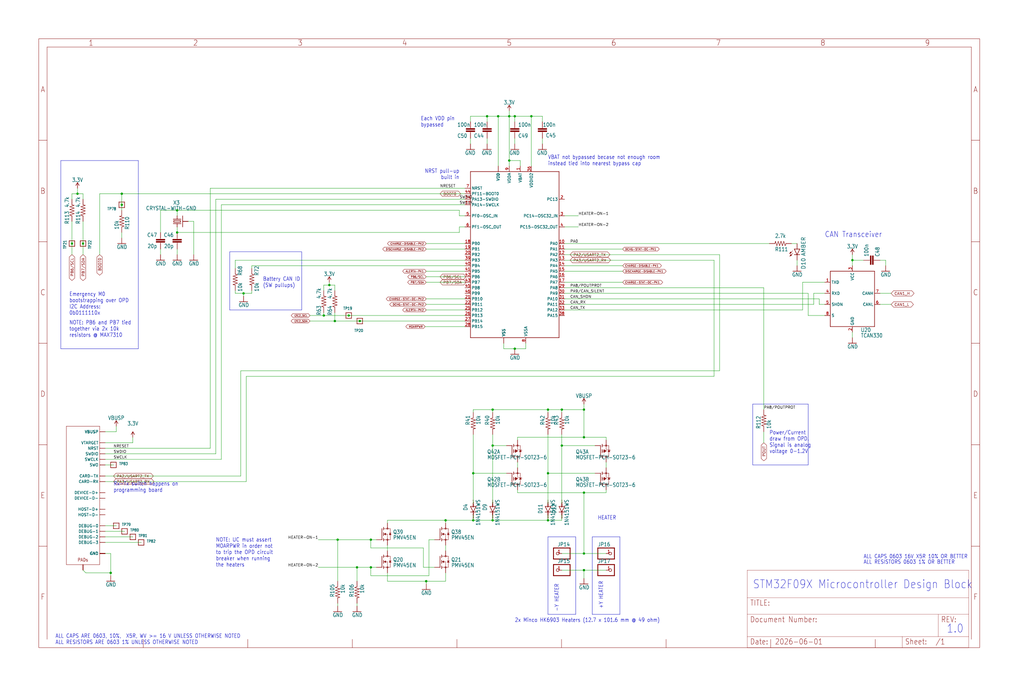
<source format=kicad_sch>
(kicad_sch (version 20230121) (generator eeschema)
  (paper "User" 469.9 317.627)
  (junction (at 81.28 96.52))
  (junction (at 251.46 187.96))
  (junction (at 170.18 260.35))
  (junction (at 217.17 217.17))
  (junction (at 204.47 238.76))
  (junction (at 50.8 262.89))
  (junction (at 267.97 261.62))
  (junction (at 243.84 53.34))
  (junction (at 267.97 226.06))
  (junction (at 233.68 73.66))
  (junction (at 228.6 53.34))
  (junction (at 81.28 106.68))
  (junction (at 35.56 88.9))
  (junction (at 154.94 247.65))
  (junction (at 257.81 187.96))
  (junction (at 267.97 187.96))
  (junction (at 195.58 266.7))
  (junction (at 148.59 144.78))
  (junction (at 226.06 204.47))
  (junction (at 55.88 93.98))
  (junction (at 223.52 53.34))
  (junction (at 251.46 238.76))
  (junction (at 236.22 53.34))
  (junction (at 160.02 144.78))
  (junction (at 38.1 111.76))
  (junction (at 391.16 119.38))
  (junction (at 33.02 111.76))
  (junction (at 236.22 160.02))
  (junction (at 217.17 238.76))
  (junction (at 170.18 247.65))
  (junction (at 163.83 260.35))
  (junction (at 55.88 88.9))
  (junction (at 165.1 147.32))
  (junction (at 257.81 204.47))
  (junction (at 226.06 187.96))
  (junction (at 153.67 147.32))
  (junction (at 251.46 217.17))
  (junction (at 151.13 130.81))
  (junction (at 267.97 200.66))
  (junction (at 226.06 238.76))
  (junction (at 111.76 134.62))
  (junction (at 267.97 254))
  (junction (at 233.68 53.34))
  (wire (pts (xy 223.52 53.34) (xy 228.6 53.34)) (stroke (width 0.1524)))
  (wire (pts (xy 226.06 204.47) (xy 226.06 231.14)) (stroke (width 0.1524)))
  (wire (pts (xy 33.02 91.44) (xy 33.02 88.9)) (stroke (width 0.1524)))
  (wire (pts (xy 64.77 248.92) (xy 48.26 248.92)) (stroke (width 0.1524)))
  (wire (pts (xy 391.16 154.94) (xy 391.16 152.4)) (stroke (width 0.1524)))
  (wire (pts (xy 365.76 119.38) (xy 365.76 121.92)) (stroke (width 0.1524)))
  (wire (pts (xy 48.26 205.74) (xy 96.52 205.74)) (stroke (width 0.1524)))
  (wire (pts (xy 257.81 261.62) (xy 267.97 261.62)) (stroke (width 0.1524)))
  (wire (pts (xy 213.36 104.14) (xy 210.82 104.14)) (stroke (width 0.1524)))
  (wire (pts (xy 251.46 199.39) (xy 251.46 217.17)) (stroke (width 0.1524)))
  (wire (pts (xy 257.81 204.47) (xy 257.81 231.14)) (stroke (width 0.1524)))
  (wire (pts (xy 259.08 134.62) (xy 370.84 134.62)) (stroke (width 0.1524)))
  (polyline (pts (xy 370.84 185.42) (xy 345.44 185.42)) (stroke (width 0.1524) (type solid)))
  (wire (pts (xy 350.52 198.12) (xy 350.52 203.2)) (stroke (width 0.1524)))
  (wire (pts (xy 195.58 266.7) (xy 177.8 266.7)) (stroke (width 0.1524)))
  (wire (pts (xy 148.59 143.51) (xy 148.59 144.78)) (stroke (width 0.1524)))
  (wire (pts (xy 170.18 260.35) (xy 172.72 260.35)) (stroke (width 0.1524)))
  (polyline (pts (xy 105.41 115.57) (xy 138.43 115.57)) (stroke (width 0.1524) (type solid)))
  (wire (pts (xy 195.58 267.97) (xy 195.58 266.7)) (stroke (width 0.1524)))
  (wire (pts (xy 55.88 93.98) (xy 55.88 88.9)) (stroke (width 0.1524)))
  (wire (pts (xy 110.49 218.44) (xy 48.26 218.44)) (stroke (width 0.1524)))
  (wire (pts (xy 81.28 116.84) (xy 81.28 114.3)) (stroke (width 0.1524)))
  (polyline (pts (xy 284.48 246.38) (xy 271.78 246.38)) (stroke (width 0.1524) (type solid)))
  (wire (pts (xy 88.9 101.6) (xy 86.36 101.6)) (stroke (width 0.1524)))
  (wire (pts (xy 170.18 264.16) (xy 196.85 264.16)) (stroke (width 0.1524)))
  (wire (pts (xy 267.97 226.06) (xy 267.97 254)) (stroke (width 0.1524)))
  (wire (pts (xy 241.3 160.02) (xy 241.3 157.48)) (stroke (width 0.1524)))
  (wire (pts (xy 215.9 55.88) (xy 215.9 53.34)) (stroke (width 0.1524)))
  (wire (pts (xy 73.66 106.68) (xy 73.66 96.52)) (stroke (width 0.1524)))
  (wire (pts (xy 248.92 66.04) (xy 248.92 63.5)) (stroke (width 0.1524)))
  (wire (pts (xy 237.49 212.09) (xy 237.49 214.63)) (stroke (width 0.1524)))
  (wire (pts (xy 210.82 99.06) (xy 210.82 96.52)) (stroke (width 0.1524)))
  (wire (pts (xy 163.83 260.35) (xy 146.05 260.35)) (stroke (width 0.1524)))
  (wire (pts (xy 217.17 217.17) (xy 217.17 199.39)) (stroke (width 0.1524)))
  (wire (pts (xy 213.36 147.32) (xy 165.1 147.32)) (stroke (width 0.1524)))
  (wire (pts (xy 327.66 119.38) (xy 327.66 172.72)) (stroke (width 0.1524)))
  (wire (pts (xy 217.17 238.76) (xy 226.06 238.76)) (stroke (width 0.1524)))
  (polyline (pts (xy 370.84 213.36) (xy 370.84 185.42)) (stroke (width 0.1524) (type solid)))
  (wire (pts (xy 165.1 147.32) (xy 153.67 147.32)) (stroke (width 0.1524)))
  (wire (pts (xy 177.8 240.03) (xy 177.8 238.76)) (stroke (width 0.1524)))
  (wire (pts (xy 177.8 250.19) (xy 177.8 252.73)) (stroke (width 0.1524)))
  (wire (pts (xy 172.72 247.65) (xy 170.18 247.65)) (stroke (width 0.1524)))
  (wire (pts (xy 101.6 93.98) (xy 213.36 93.98)) (stroke (width 0.1524)))
  (wire (pts (xy 391.16 121.92) (xy 391.16 119.38)) (stroke (width 0.1524)))
  (polyline (pts (xy 271.78 246.38) (xy 271.78 281.94)) (stroke (width 0.1524) (type solid)))
  (wire (pts (xy 99.06 91.44) (xy 213.36 91.44)) (stroke (width 0.1524)))
  (wire (pts (xy 170.18 251.46) (xy 194.31 251.46)) (stroke (width 0.1524)))
  (wire (pts (xy 48.26 246.38) (xy 60.96 246.38)) (stroke (width 0.1524)))
  (wire (pts (xy 251.46 217.17) (xy 273.05 217.17)) (stroke (width 0.1524)))
  (polyline (pts (xy 63.5 73.66) (xy 27.94 73.66)) (stroke (width 0.1524) (type solid)))
  (polyline (pts (xy 27.94 160.02) (xy 63.5 160.02)) (stroke (width 0.1524) (type solid)))
  (polyline (pts (xy 105.41 142.24) (xy 105.41 115.57)) (stroke (width 0.1524) (type solid)))
  (wire (pts (xy 48.26 241.3) (xy 53.34 241.3)) (stroke (width 0.1524)))
  (wire (pts (xy 237.49 200.66) (xy 267.97 200.66)) (stroke (width 0.1524)))
  (wire (pts (xy 217.17 236.22) (xy 217.17 238.76)) (stroke (width 0.1524)))
  (wire (pts (xy 259.08 129.54) (xy 285.75 129.54)) (stroke (width 0.1524)))
  (wire (pts (xy 148.59 133.35) (xy 148.59 130.81)) (stroke (width 0.1524)))
  (wire (pts (xy 226.06 236.22) (xy 226.06 238.76)) (stroke (width 0.1524)))
  (wire (pts (xy 113.03 220.98) (xy 48.26 220.98)) (stroke (width 0.1524)))
  (wire (pts (xy 233.68 73.66) (xy 233.68 53.34)) (stroke (width 0.1524)))
  (wire (pts (xy 115.57 123.19) (xy 115.57 121.92)) (stroke (width 0.1524)))
  (polyline (pts (xy 251.46 246.38) (xy 251.46 281.94)) (stroke (width 0.1524) (type solid)))
  (wire (pts (xy 213.36 88.9) (xy 55.88 88.9)) (stroke (width 0.1524)))
  (wire (pts (xy 373.38 139.7) (xy 259.08 139.7)) (stroke (width 0.1524)))
  (polyline (pts (xy 251.46 281.94) (xy 264.16 281.94)) (stroke (width 0.1524) (type solid)))
  (wire (pts (xy 391.16 119.38) (xy 396.24 119.38)) (stroke (width 0.1524)))
  (wire (pts (xy 148.59 144.78) (xy 142.24 144.78)) (stroke (width 0.1524)))
  (wire (pts (xy 48.26 203.2) (xy 60.96 203.2)) (stroke (width 0.1524)))
  (wire (pts (xy 213.36 139.7) (xy 195.58 139.7)) (stroke (width 0.1524)))
  (wire (pts (xy 243.84 53.34) (xy 248.92 53.34)) (stroke (width 0.1524)))
  (wire (pts (xy 370.84 144.78) (xy 378.46 144.78)) (stroke (width 0.1524)))
  (wire (pts (xy 248.92 53.34) (xy 248.92 55.88)) (stroke (width 0.1524)))
  (polyline (pts (xy 138.43 115.57) (xy 138.43 142.24)) (stroke (width 0.1524) (type solid)))
  (wire (pts (xy 233.68 53.34) (xy 233.68 50.8)) (stroke (width 0.1524)))
  (polyline (pts (xy 264.16 246.38) (xy 251.46 246.38)) (stroke (width 0.1524) (type solid)))
  (wire (pts (xy 38.1 261.62) (xy 39.37 262.89)) (stroke (width 0.1524)))
  (wire (pts (xy 226.06 187.96) (xy 251.46 187.96)) (stroke (width 0.1524)))
  (wire (pts (xy 199.39 247.65) (xy 196.85 247.65)) (stroke (width 0.1524)))
  (wire (pts (xy 391.16 119.38) (xy 391.16 116.84)) (stroke (width 0.1524)))
  (wire (pts (xy 251.46 236.22) (xy 251.46 238.76)) (stroke (width 0.1524)))
  (wire (pts (xy 213.36 129.54) (xy 195.58 129.54)) (stroke (width 0.1524)))
  (wire (pts (xy 378.46 139.7) (xy 375.92 139.7)) (stroke (width 0.1524)))
  (wire (pts (xy 257.81 204.47) (xy 257.81 199.39)) (stroke (width 0.1524)))
  (wire (pts (xy 213.36 114.3) (xy 195.58 114.3)) (stroke (width 0.1524)))
  (wire (pts (xy 403.86 139.7) (xy 408.94 139.7)) (stroke (width 0.1524)))
  (wire (pts (xy 153.67 147.32) (xy 142.24 147.32)) (stroke (width 0.1524)))
  (wire (pts (xy 278.13 214.63) (xy 278.13 212.09)) (stroke (width 0.1524)))
  (wire (pts (xy 233.68 76.2) (xy 233.68 73.66)) (stroke (width 0.1524)))
  (wire (pts (xy 38.1 88.9) (xy 38.1 91.44)) (stroke (width 0.1524)))
  (polyline (pts (xy 271.78 281.94) (xy 284.48 281.94)) (stroke (width 0.1524) (type solid)))
  (wire (pts (xy 154.94 278.13) (xy 154.94 276.86)) (stroke (width 0.1524)))
  (wire (pts (xy 45.72 88.9) (xy 45.72 116.84)) (stroke (width 0.1524)))
  (wire (pts (xy 257.81 238.76) (xy 257.81 236.22)) (stroke (width 0.1524)))
  (polyline (pts (xy 345.44 185.42) (xy 345.44 213.36)) (stroke (width 0.1524) (type solid)))
  (wire (pts (xy 378.46 129.54) (xy 368.3 129.54)) (stroke (width 0.1524)))
  (wire (pts (xy 48.26 198.12) (xy 53.34 198.12)) (stroke (width 0.1524)))
  (wire (pts (xy 267.97 265.43) (xy 267.97 261.62)) (stroke (width 0.1524)))
  (wire (pts (xy 215.9 53.34) (xy 223.52 53.34)) (stroke (width 0.1524)))
  (wire (pts (xy 115.57 134.62) (xy 115.57 133.35)) (stroke (width 0.1524)))
  (wire (pts (xy 88.9 116.84) (xy 88.9 101.6)) (stroke (width 0.1524)))
  (wire (pts (xy 99.06 208.28) (xy 99.06 91.44)) (stroke (width 0.1524)))
  (wire (pts (xy 259.08 124.46) (xy 285.75 124.46)) (stroke (width 0.1524)))
  (wire (pts (xy 226.06 238.76) (xy 251.46 238.76)) (stroke (width 0.1524)))
  (wire (pts (xy 213.36 111.76) (xy 195.58 111.76)) (stroke (width 0.1524)))
  (wire (pts (xy 60.96 203.2) (xy 60.96 200.66)) (stroke (width 0.1524)))
  (wire (pts (xy 204.47 266.7) (xy 195.58 266.7)) (stroke (width 0.1524)))
  (wire (pts (xy 267.97 226.06) (xy 278.13 226.06)) (stroke (width 0.1524)))
  (wire (pts (xy 257.81 187.96) (xy 267.97 187.96)) (stroke (width 0.1524)))
  (wire (pts (xy 223.52 55.88) (xy 223.52 53.34)) (stroke (width 0.1524)))
  (polyline (pts (xy 138.43 142.24) (xy 105.41 142.24)) (stroke (width 0.1524) (type solid)))
  (wire (pts (xy 204.47 250.19) (xy 204.47 252.73)) (stroke (width 0.1524)))
  (wire (pts (xy 403.86 134.62) (xy 408.94 134.62)) (stroke (width 0.1524)))
  (wire (pts (xy 213.36 99.06) (xy 210.82 99.06)) (stroke (width 0.1524)))
  (polyline (pts (xy 345.44 213.36) (xy 370.84 213.36)) (stroke (width 0.1524) (type solid)))
  (wire (pts (xy 170.18 264.16) (xy 170.18 260.35)) (stroke (width 0.1524)))
  (wire (pts (xy 243.84 53.34) (xy 243.84 76.2)) (stroke (width 0.1524)))
  (wire (pts (xy 50.8 262.89) (xy 50.8 264.16)) (stroke (width 0.1524)))
  (wire (pts (xy 228.6 53.34) (xy 233.68 53.34)) (stroke (width 0.1524)))
  (wire (pts (xy 154.94 247.65) (xy 170.18 247.65)) (stroke (width 0.1524)))
  (wire (pts (xy 350.52 187.96) (xy 350.52 132.08)) (stroke (width 0.1524)))
  (wire (pts (xy 163.83 260.35) (xy 163.83 266.7)) (stroke (width 0.1524)))
  (wire (pts (xy 50.8 254) (xy 50.8 262.89)) (stroke (width 0.1524)))
  (wire (pts (xy 267.97 254) (xy 278.13 254)) (stroke (width 0.1524)))
  (wire (pts (xy 39.37 262.89) (xy 50.8 262.89)) (stroke (width 0.1524)))
  (wire (pts (xy 194.31 260.35) (xy 194.31 251.46)) (stroke (width 0.1524)))
  (polyline (pts (xy 27.94 73.66) (xy 27.94 160.02)) (stroke (width 0.1524) (type solid)))
  (wire (pts (xy 81.28 96.52) (xy 81.28 99.06)) (stroke (width 0.1524)))
  (wire (pts (xy 101.6 210.82) (xy 101.6 93.98)) (stroke (width 0.1524)))
  (wire (pts (xy 373.38 134.62) (xy 373.38 139.7)) (stroke (width 0.1524)))
  (wire (pts (xy 35.56 88.9) (xy 38.1 88.9)) (stroke (width 0.1524)))
  (wire (pts (xy 228.6 76.2) (xy 228.6 53.34)) (stroke (width 0.1524)))
  (wire (pts (xy 153.67 143.51) (xy 153.67 147.32)) (stroke (width 0.1524)))
  (wire (pts (xy 35.56 88.9) (xy 35.56 86.36)) (stroke (width 0.1524)))
  (wire (pts (xy 237.49 226.06) (xy 267.97 226.06)) (stroke (width 0.1524)))
  (wire (pts (xy 236.22 53.34) (xy 233.68 53.34)) (stroke (width 0.1524)))
  (wire (pts (xy 204.47 240.03) (xy 204.47 238.76)) (stroke (width 0.1524)))
  (wire (pts (xy 163.83 278.13) (xy 163.83 276.86)) (stroke (width 0.1524)))
  (wire (pts (xy 368.3 129.54) (xy 368.3 142.24)) (stroke (width 0.1524)))
  (wire (pts (xy 210.82 104.14) (xy 210.82 106.68)) (stroke (width 0.1524)))
  (wire (pts (xy 375.92 139.7) (xy 375.92 137.16)) (stroke (width 0.1524)))
  (wire (pts (xy 236.22 160.02) (xy 231.14 160.02)) (stroke (width 0.1524)))
  (wire (pts (xy 33.02 116.84) (xy 33.02 111.76)) (stroke (width 0.1524)))
  (wire (pts (xy 210.82 96.52) (xy 81.28 96.52)) (stroke (width 0.1524)))
  (wire (pts (xy 148.59 130.81) (xy 151.13 130.81)) (stroke (width 0.1524)))
  (wire (pts (xy 38.1 111.76) (xy 38.1 101.6)) (stroke (width 0.1524)))
  (wire (pts (xy 259.08 119.38) (xy 327.66 119.38)) (stroke (width 0.1524)))
  (wire (pts (xy 363.22 111.76) (xy 365.76 111.76)) (stroke (width 0.1524)))
  (wire (pts (xy 259.08 104.14) (xy 265.43 104.14)) (stroke (width 0.1524)))
  (wire (pts (xy 406.4 119.38) (xy 406.4 121.92)) (stroke (width 0.1524)))
  (wire (pts (xy 327.66 172.72) (xy 113.03 172.72)) (stroke (width 0.1524)))
  (wire (pts (xy 96.52 86.36) (xy 213.36 86.36)) (stroke (width 0.1524)))
  (wire (pts (xy 33.02 111.76) (xy 33.02 101.6)) (stroke (width 0.1524)))
  (wire (pts (xy 210.82 106.68) (xy 81.28 106.68)) (stroke (width 0.1524)))
  (wire (pts (xy 57.15 243.84) (xy 48.26 243.84)) (stroke (width 0.1524)))
  (wire (pts (xy 153.67 130.81) (xy 153.67 133.35)) (stroke (width 0.1524)))
  (wire (pts (xy 278.13 226.06) (xy 278.13 224.79)) (stroke (width 0.1524)))
  (wire (pts (xy 232.41 217.17) (xy 217.17 217.17)) (stroke (width 0.1524)))
  (wire (pts (xy 111.76 134.62) (xy 115.57 134.62)) (stroke (width 0.1524)))
  (wire (pts (xy 273.05 204.47) (xy 257.81 204.47)) (stroke (width 0.1524)))
  (wire (pts (xy 204.47 238.76) (xy 217.17 238.76)) (stroke (width 0.1524)))
  (wire (pts (xy 213.36 119.38) (xy 107.95 119.38)) (stroke (width 0.1524)))
  (wire (pts (xy 96.52 86.36) (xy 96.52 205.74)) (stroke (width 0.1524)))
  (wire (pts (xy 267.97 200.66) (xy 267.97 187.96)) (stroke (width 0.1524)))
  (wire (pts (xy 204.47 262.89) (xy 204.47 266.7)) (stroke (width 0.1524)))
  (wire (pts (xy 151.13 129.54) (xy 151.13 130.81)) (stroke (width 0.1524)))
  (wire (pts (xy 257.81 254) (xy 267.97 254)) (stroke (width 0.1524)))
  (wire (pts (xy 101.6 210.82) (xy 48.26 210.82)) (stroke (width 0.1524)))
  (wire (pts (xy 259.08 116.84) (xy 330.2 116.84)) (stroke (width 0.1524)))
  (wire (pts (xy 213.36 144.78) (xy 160.02 144.78)) (stroke (width 0.1524)))
  (wire (pts (xy 226.06 187.96) (xy 217.17 187.96)) (stroke (width 0.1524)))
  (wire (pts (xy 259.08 142.24) (xy 368.3 142.24)) (stroke (width 0.1524)))
  (wire (pts (xy 217.17 187.96) (xy 217.17 189.23)) (stroke (width 0.1524)))
  (wire (pts (xy 259.08 99.06) (xy 265.43 99.06)) (stroke (width 0.1524)))
  (wire (pts (xy 177.8 266.7) (xy 177.8 262.89)) (stroke (width 0.1524)))
  (wire (pts (xy 350.52 132.08) (xy 259.08 132.08)) (stroke (width 0.1524)))
  (wire (pts (xy 73.66 116.84) (xy 73.66 114.3)) (stroke (width 0.1524)))
  (polyline (pts (xy 284.48 281.94) (xy 284.48 246.38)) (stroke (width 0.1524) (type solid)))
  (wire (pts (xy 160.02 144.78) (xy 148.59 144.78)) (stroke (width 0.1524)))
  (wire (pts (xy 113.03 172.72) (xy 113.03 220.98)) (stroke (width 0.1524)))
  (wire (pts (xy 107.95 134.62) (xy 111.76 134.62)) (stroke (width 0.1524)))
  (wire (pts (xy 251.46 187.96) (xy 257.81 187.96)) (stroke (width 0.1524)))
  (wire (pts (xy 213.36 127) (xy 195.58 127)) (stroke (width 0.1524)))
  (wire (pts (xy 73.66 96.52) (xy 81.28 96.52)) (stroke (width 0.1524)))
  (wire (pts (xy 177.8 238.76) (xy 204.47 238.76)) (stroke (width 0.1524)))
  (wire (pts (xy 110.49 170.18) (xy 110.49 218.44)) (stroke (width 0.1524)))
  (wire (pts (xy 231.14 160.02) (xy 231.14 157.48)) (stroke (width 0.1524)))
  (wire (pts (xy 330.2 116.84) (xy 330.2 170.18)) (stroke (width 0.1524)))
  (wire (pts (xy 215.9 63.5) (xy 215.9 66.04)) (stroke (width 0.1524)))
  (wire (pts (xy 107.95 119.38) (xy 107.95 123.19)) (stroke (width 0.1524)))
  (wire (pts (xy 375.92 137.16) (xy 259.08 137.16)) (stroke (width 0.1524)))
  (wire (pts (xy 81.28 106.68) (xy 81.28 104.14)) (stroke (width 0.1524)))
  (wire (pts (xy 170.18 251.46) (xy 170.18 247.65)) (stroke (width 0.1524)))
  (wire (pts (xy 226.06 204.47) (xy 226.06 199.39)) (stroke (width 0.1524)))
  (wire (pts (xy 38.1 116.84) (xy 38.1 111.76)) (stroke (width 0.1524)))
  (wire (pts (xy 52.07 213.36) (xy 48.26 213.36)) (stroke (width 0.1524)))
  (wire (pts (xy 151.13 130.81) (xy 153.67 130.81)) (stroke (width 0.1524)))
  (wire (pts (xy 236.22 160.02) (xy 241.3 160.02)) (stroke (width 0.1524)))
  (wire (pts (xy 378.46 134.62) (xy 373.38 134.62)) (stroke (width 0.1524)))
  (wire (pts (xy 403.86 119.38) (xy 406.4 119.38)) (stroke (width 0.1524)))
  (wire (pts (xy 251.46 231.14) (xy 251.46 217.17)) (stroke (width 0.1524)))
  (wire (pts (xy 99.06 208.28) (xy 48.26 208.28)) (stroke (width 0.1524)))
  (wire (pts (xy 223.52 66.04) (xy 223.52 63.5)) (stroke (width 0.1524)))
  (wire (pts (xy 48.26 254) (xy 50.8 254)) (stroke (width 0.1524)))
  (wire (pts (xy 370.84 134.62) (xy 370.84 144.78)) (stroke (width 0.1524)))
  (wire (pts (xy 107.95 133.35) (xy 107.95 134.62)) (stroke (width 0.1524)))
  (wire (pts (xy 199.39 260.35) (xy 194.31 260.35)) (stroke (width 0.1524)))
  (wire (pts (xy 238.76 73.66) (xy 233.68 73.66)) (stroke (width 0.1524)))
  (wire (pts (xy 213.36 142.24) (xy 195.58 142.24)) (stroke (width 0.1524)))
  (wire (pts (xy 154.94 247.65) (xy 154.94 266.7)) (stroke (width 0.1524)))
  (wire (pts (xy 257.81 189.23) (xy 257.81 187.96)) (stroke (width 0.1524)))
  (wire (pts (xy 259.08 121.92) (xy 285.75 121.92)) (stroke (width 0.1524)))
  (wire (pts (xy 226.06 189.23) (xy 226.06 187.96)) (stroke (width 0.1524)))
  (wire (pts (xy 55.88 96.52) (xy 55.88 93.98)) (stroke (width 0.1524)))
  (wire (pts (xy 278.13 200.66) (xy 278.13 201.93)) (stroke (width 0.1524)))
  (wire (pts (xy 55.88 106.68) (xy 55.88 109.22)) (stroke (width 0.1524)))
  (wire (pts (xy 232.41 204.47) (xy 226.06 204.47)) (stroke (width 0.1524)))
  (wire (pts (xy 267.97 200.66) (xy 278.13 200.66)) (stroke (width 0.1524)))
  (wire (pts (xy 237.49 224.79) (xy 237.49 226.06)) (stroke (width 0.1524)))
  (wire (pts (xy 236.22 63.5) (xy 236.22 66.04)) (stroke (width 0.1524)))
  (wire (pts (xy 196.85 247.65) (xy 196.85 264.16)) (stroke (width 0.1524)))
  (wire (pts (xy 170.18 260.35) (xy 163.83 260.35)) (stroke (width 0.1524)))
  (wire (pts (xy 55.88 88.9) (xy 45.72 88.9)) (stroke (width 0.1524)))
  (wire (pts (xy 195.072 149.86) (xy 213.36 149.86)) (stroke (width 0.1524)))
  (wire (pts (xy 267.97 261.62) (xy 278.13 261.62)) (stroke (width 0.1524)))
  (wire (pts (xy 237.49 201.93) (xy 237.49 200.66)) (stroke (width 0.1524)))
  (wire (pts (xy 243.84 53.34) (xy 236.22 53.34)) (stroke (width 0.1524)))
  (wire (pts (xy 213.36 124.46) (xy 195.58 124.46)) (stroke (width 0.1524)))
  (wire (pts (xy 213.36 137.16) (xy 195.58 137.16)) (stroke (width 0.1524)))
  (wire (pts (xy 111.76 135.89) (xy 111.76 134.62)) (stroke (width 0.1524)))
  (wire (pts (xy 259.08 111.76) (xy 353.06 111.76)) (stroke (width 0.1524)))
  (wire (pts (xy 115.57 121.92) (xy 213.36 121.92)) (stroke (width 0.1524)))
  (polyline (pts (xy 63.5 160.02) (xy 63.5 73.66)) (stroke (width 0.1524) (type solid)))
  (wire (pts (xy 154.94 247.65) (xy 146.05 247.65)) (stroke (width 0.1524)))
  (wire (pts (xy 238.76 76.2) (xy 238.76 73.66)) (stroke (width 0.1524)))
  (wire (pts (xy 236.22 55.88) (xy 236.22 53.34)) (stroke (width 0.1524)))
  (wire (pts (xy 251.46 189.23) (xy 251.46 187.96)) (stroke (width 0.1524)))
  (wire (pts (xy 259.08 114.3) (xy 285.75 114.3)) (stroke (width 0.1524)))
  (polyline (pts (xy 264.16 281.94) (xy 264.16 246.38)) (stroke (width 0.1524) (type solid)))
  (wire (pts (xy 33.02 88.9) (xy 35.56 88.9)) (stroke (width 0.1524)))
  (wire (pts (xy 330.2 170.18) (xy 110.49 170.18)) (stroke (width 0.1524)))
  (wire (pts (xy 251.46 238.76) (xy 257.81 238.76)) (stroke (width 0.1524)))
  (wire (pts (xy 217.17 217.17) (xy 217.17 231.14)) (stroke (width 0.1524)))
  (wire (pts (xy 53.34 198.12) (xy 53.34 195.58)) (stroke (width 0.1524)))
  (wire (pts (xy 267.97 187.96) (xy 267.97 185.42)) (stroke (width 0.1524)))
  (text "NOTE: PB6 and PB7 tied\ntogether via 2x 10k\nresistors @ MAX7310~{}" (at 31.75 154.94 0) (effects (font (size 1.778 1.5113)) (justify left bottom)))
  (text "HEATER" (at 274.32 238.76 0) (effects (font (size 1.778 1.5113)) (justify left bottom)))
  (text "+Y HEATER" (at 276.86 266.7 90) (effects (font (size 1.778 1.5113)) (justify right bottom)))
  (text "-Y HEATER" (at 256.54 267.97 90) (effects (font (size 1.778 1.5113)) (justify right bottom)))
  (text "VBAT not bypassed becase not enough room\ninstead tied into nearest bypass cap" (at 251.46 76.2 0) (effects (font (size 1.778 1.5113)) (justify left bottom)))
  (text "1.0" (at 434.34 290.83 0) (effects (font (size 3.81 3.2385)) (justify left bottom)))
  (text "Each VDD pin\nbypassed" (at 193.04 58.42 0) (effects (font (size 1.778 1.5113)) (justify left bottom)))
  (text "Rx-Tx switch happens on\nprogramming board" (at 52.07 226.06 0) (effects (font (size 1.778 1.5113)) (justify left bottom)))
  (text "Battery CAN ID\n(SW pullups~{})" (at 120.65 132.08 0) (effects (font (size 1.778 1.5113)) (justify left bottom)))
  (text "NRST pull-up\nbuilt in" (at 210.82 82.55 0) (effects (font (size 1.778 1.5113)) (justify right bottom)))
  (text "ALL RESISTORS 0603 1% OR BETTER" (at 396.24 259.08 0) (effects (font (size 1.778 1.5113)) (justify left bottom)))
  (text "2x Minco HK6903 Heaters (12.7 x 101.6 mm @ 49 ohm)" (at 236.22 285.75 0) (effects (font (size 1.778 1.5113)) (justify left bottom)))
  (text "ALL CAPS 0603 16V X5R 10% OR BETTER" (at 396.24 256.54 0) (effects (font (size 1.778 1.5113)) (justify left bottom)))
  (text "ALL CAPS ARE 0603, 10%,  X5R, WV >= 16 V UNLESS OTHERWISE NOTED\nALL RESISTORS ARE 0603 1% UNLESS OTHERWISE NOTED" (at 25.4 295.91 0) (effects (font (size 1.778 1.5113)) (justify left bottom)))
  (text "Emergency M0\nbootstrapping over OPD\nI2C Address:\n0b0111110x" (at 31.75 144.78 0) (effects (font (size 1.778 1.5113)) (justify left bottom)))
  (text "NOTE: UC must assert\nMOARPWR in order not\nto trip the OPD circuit\nbreaker when running\nthe heaters~{}" (at 99.06 260.35 0) (effects (font (size 1.778 1.5113)) (justify left bottom)))
  (text "CAN Transceiver" (at 378.46 109.22 0) (effects (font (size 2.54 2.159)) (justify left bottom)))
  (text "STM32F09X Microcontroller Design Block" (at 345.44 270.51 0) (effects (font (size 3.81 3.2385)) (justify left bottom)))
  (text "Power/Current\ndraw from OPD.\nSignal is analog\nvoltage 0-1.2V" (at 353.06 208.28 0) (effects (font (size 1.778 1.5113)) (justify left bottom)))
  (label "PA8/POUTPROT" (at 350.52 187.96 0) (effects (font (size 1.2446 1.2446))))
  (label "CAN_TX" (at 261.62 142.24 0) (effects (font (size 1.2446 1.2446))))
  (label "PA8/POUTPROT" (at 261.62 132.08 0) (effects (font (size 1.2446 1.2446))))
  (label "HEATER-ON-1" (at 265.43 99.06 0) (effects (font (size 1.2446 1.2446))))
  (label "SWDIO" (at 52.07 208.28 0) (effects (font (size 1.2446 1.2446))))
  (label "SWDIO" (at 210.82 91.44 0) (effects (font (size 1.2446 1.2446))))
  (label "SWCLK" (at 210.82 93.98 0) (effects (font (size 1.2446 1.2446))))
  (label "CAN_RX" (at 261.62 139.7 0) (effects (font (size 1.2446 1.2446))))
  (label "SWCLK" (at 52.07 210.82 0) (effects (font (size 1.2446 1.2446))))
  (label "HEATER-ON-2" (at 265.43 104.14 0) (effects (font (size 1.2446 1.2446))))
  (label "PA0" (at 261.62 111.76 0) (effects (font (size 1.2446 1.2446))))
  (label "NRESET" (at 52.07 205.74 0) (effects (font (size 1.2446 1.2446))))
  (label "HEATER-ON-2" (at 146.05 260.35 180) (effects (font (size 1.2446 1.2446))))
  (label "HEATER-ON-1" (at 146.05 247.65 180) (effects (font (size 1.2446 1.2446))))
  (label "PA9/CAN_SILENT" (at 261.62 134.62 0) (effects (font (size 1.2446 1.2446))))
  (label "NRESET" (at 201.93 86.36 0) (effects (font (size 1.2446 1.2446))))
  (label "CAN_SHDN" (at 261.62 137.16 0) (effects (font (size 1.2446 1.2446))))
  (global_label "PB6/SCL" (shape bidirectional) (at 201.93 127 0) (effects (font (size 1.2446 1.2446))) (property "Intersheetrefs" "${INTERSHEET_REFS}" (effects hide)))
  (global_label "DCHG-STAT-OC-PK2" (shape bidirectional) (at 195.58 139.7 180) (effects (font (size 0.889 0.889))) (property "Intersheetrefs" "${INTERSHEET_REFS}" (effects hide)))
  (global_label "DISCHARGE-DISABLE-PK2" (shape bidirectional) (at 195.58 114.3 180) (effects (font (size 0.889 0.889))) (property "Intersheetrefs" "${INTERSHEET_REFS}" (effects hide)))
  (global_label "PB6/SCL" (shape bidirectional) (at 33.02 116.84 270) (effects (font (size 1.2446 1.2446))) (property "Intersheetrefs" "${INTERSHEET_REFS}" (effects hide)))
  (global_label "ALERTA-PK2" (shape bidirectional) (at 195.58 142.24 180) (effects (font (size 0.889 0.889))) (property "Intersheetrefs" "${INTERSHEET_REFS}" (effects hide)))
  (global_label "PA3/USART2_RX" (shape bidirectional) (at 52.07 220.98 0) (effects (font (size 1.2446 1.2446))) (property "Intersheetrefs" "${INTERSHEET_REFS}" (effects hide)))
  (global_label "PB7/SDA" (shape bidirectional) (at 195.58 129.54 180) (effects (font (size 0.889 0.889))) (property "Intersheetrefs" "${INTERSHEET_REFS}" (effects hide)))
  (global_label "BOOT0" (shape bidirectional) (at 201.93 88.9 0) (effects (font (size 1.2446 1.2446))) (property "Intersheetrefs" "${INTERSHEET_REFS}" (effects hide)))
  (global_label "I2C2_SCL" (shape bidirectional) (at 142.24 144.78 180) (effects (font (size 0.889 0.889))) (property "Intersheetrefs" "${INTERSHEET_REFS}" (effects hide)))
  (global_label "CHARGE-STAT-OC-PK2" (shape bidirectional) (at 195.58 137.16 180) (effects (font (size 0.889 0.889))) (property "Intersheetrefs" "${INTERSHEET_REFS}" (effects hide)))
  (global_label "DCHG-STAT-OC-PK1" (shape bidirectional) (at 285.75 114.3 0) (effects (font (size 0.889 0.889))) (property "Intersheetrefs" "${INTERSHEET_REFS}" (effects hide)))
  (global_label "ALERTA-PK1" (shape bidirectional) (at 195.58 124.46 180) (effects (font (size 0.889 0.889))) (property "Intersheetrefs" "${INTERSHEET_REFS}" (effects hide)))
  (global_label "MOARPWR" (shape bidirectional) (at 195.072 149.86 180) (effects (font (size 0.889 0.889))) (property "Intersheetrefs" "${INTERSHEET_REFS}" (effects hide)))
  (global_label "CHARGE-STAT-OC-PK1" (shape bidirectional) (at 285.75 129.54 0) (effects (font (size 0.889 0.889))) (property "Intersheetrefs" "${INTERSHEET_REFS}" (effects hide)))
  (global_label "PA2/USART2_TX" (shape bidirectional) (at 52.07 218.44 0) (effects (font (size 1.2446 1.2446))) (property "Intersheetrefs" "${INTERSHEET_REFS}" (effects hide)))
  (global_label "PB7/SDA" (shape bidirectional) (at 201.93 129.54 0) (effects (font (size 1.2446 1.2446))) (property "Intersheetrefs" "${INTERSHEET_REFS}" (effects hide)))
  (global_label "I2C2_SDA" (shape bidirectional) (at 142.24 147.32 180) (effects (font (size 0.889 0.889))) (property "Intersheetrefs" "${INTERSHEET_REFS}" (effects hide)))
  (global_label "CAN1_H" (shape bidirectional) (at 408.94 134.62 0) (effects (font (size 1.2446 1.2446))) (property "Intersheetrefs" "${INTERSHEET_REFS}" (effects hide)))
  (global_label "PA2/USART2_TX" (shape bidirectional) (at 261.62 116.84 0) (effects (font (size 1.2446 1.2446))) (property "Intersheetrefs" "${INTERSHEET_REFS}" (effects hide)))
  (global_label "DISCHARGE-DISABLE-PK1" (shape bidirectional) (at 285.75 124.46 0) (effects (font (size 0.889 0.889))) (property "Intersheetrefs" "${INTERSHEET_REFS}" (effects hide)))
  (global_label "PB7/SDA" (shape bidirectional) (at 38.1 116.84 270) (effects (font (size 1.2446 1.2446))) (property "Intersheetrefs" "${INTERSHEET_REFS}" (effects hide)))
  (global_label "CAN1_L" (shape bidirectional) (at 408.94 139.7 0) (effects (font (size 1.2446 1.2446))) (property "Intersheetrefs" "${INTERSHEET_REFS}" (effects hide)))
  (global_label "CHARGE-DISABLE-PK2" (shape bidirectional) (at 195.58 111.76 180) (effects (font (size 0.889 0.889))) (property "Intersheetrefs" "${INTERSHEET_REFS}" (effects hide)))
  (global_label "PA3/USART2_RX" (shape bidirectional) (at 261.62 119.38 0) (effects (font (size 1.2446 1.2446))) (property "Intersheetrefs" "${INTERSHEET_REFS}" (effects hide)))
  (global_label "CHARGE-DISABLE-PK1" (shape bidirectional) (at 285.75 121.92 0) (effects (font (size 0.889 0.889))) (property "Intersheetrefs" "${INTERSHEET_REFS}" (effects hide)))
  (global_label "POUT" (shape bidirectional) (at 350.52 203.2 270) (effects (font (size 1.2446 1.2446))) (property "Intersheetrefs" "${INTERSHEET_REFS}" (effects hide)))
  (global_label "PB6/SCL" (shape bidirectional) (at 195.58 127 180) (effects (font (size 0.889 0.889))) (property "Intersheetrefs" "${INTERSHEET_REFS}" (effects hide)))
  (global_label "BOOT0" (shape bidirectional) (at 45.72 116.84 270) (effects (font (size 1.2446 1.2446))) (property "Intersheetrefs" "${INTERSHEET_REFS}" (effects hide)))
  (symbol (lib_id "oresat-batteries-eagle-import:supply1_GND") (at 267.97 267.97 0) (mirror y) (unit 1)
    (property "Reference" "#GND04" (effects hide))
    (property "Value" "GND" (at 270.51 270.51 0) (effects (font (size 1.778 1.5113)) (justify left bottom)))
  )
  (symbol (lib_id "oresat-batteries-eagle-import:supply1_GND") (at 111.76 138.43 0) (mirror y) (unit 1)
    (property "Reference" "#GND030" (effects hide))
    (property "Value" "GND" (at 114.3 140.97 0) (effects (font (size 1.778 1.5113)) (justify left bottom)))
  )
  (symbol (lib_id "oresat-batteries-eagle-import:C-EU0603-C-NOSILK") (at 81.28 109.22 0) (mirror y) (unit 1)
    (property "Reference" "C46" (at 79.756 108.839 0) (effects (font (size 1.778 1.5113)) (justify left bottom)))
    (property "Value" "20p" (at 79.756 113.919 0) (effects (font (size 1.778 1.5113)) (justify left bottom)))
    (property "Footprint" "oresat-batteries:.0603-C-NOSILK" (effects hide))
    (property "DIS" "Digi-Key" (effects hide))
    (property "DPN" "311-1424-1-ND" (effects hide))
    (property "MFR" "Yageo" (effects hide))
    (property "MPN" "CC0603JRNPO9BN200" (effects hide))
  )
  (symbol (lib_id "oresat-batteries-eagle-import:R-US_0603-C-NOSILK") (at 153.67 138.43 90) (unit 1)
    (property "Reference" "R64" (at 152.4 144.78 0) (effects (font (size 1.778 1.5113)) (justify left bottom)))
    (property "Value" "4.7k" (at 152.4 137.16 0) (effects (font (size 1.778 1.5113)) (justify left bottom)))
    (property "Footprint" "oresat-batteries:.0603-C-NOSILK" (effects hide))
    (property "DIS" "Digi-Key" (effects hide))
    (property "DPN" "RR08P4.7KDCT-ND" (effects hide))
    (property "MFR" "TE Connectivity" (effects hide))
    (property "MPN" "RR0816P-472-D" (effects hide))
  )
  (symbol (lib_id "oresat-batteries-eagle-import:DIODE-SOD323-R") (at 257.81 233.68 90) (mirror x) (unit 1)
    (property "Reference" "D12" (at 255.27 231.14 0) (effects (font (size 1.778 1.5113)) (justify left bottom)))
    (property "Value" "1N4151WS" (at 259.08 241.3 0) (effects (font (size 1.778 1.5113)) (justify right top)))
    (property "Footprint" "oresat-batteries:SOD323-R" (effects hide))
    (property "DIS" "Digi-Key" (effects hide))
    (property "DPN" "112-1N4151WS-E3-08CT-ND" (effects hide))
    (property "MFR" "Vishay" (effects hide))
    (property "MPN" "1N4151WS-E3-08" (effects hide))
  )
  (symbol (lib_id "oresat-batteries-eagle-import:R-US_0603-C-NOSILK") (at 257.81 194.31 90) (mirror x) (unit 1)
    (property "Reference" "R43" (at 256.3114 190.5 0) (effects (font (size 1.778 1.5113)) (justify left bottom)))
    (property "Value" "10k" (at 261.112 190.5 0) (effects (font (size 1.778 1.5113)) (justify left bottom)))
    (property "Footprint" "oresat-batteries:.0603-C-NOSILK" (effects hide))
    (property "DIS" "Digi-Key" (effects hide))
    (property "DPN" "311-10.0KHRCT-ND" (effects hide))
    (property "MFR" "Yageo" (effects hide))
    (property "MPN" "RC0603FR-0710KL" (effects hide))
  )
  (symbol (lib_id "oresat-batteries-eagle-import:VBUSP") (at 53.34 195.58 0) (unit 1)
    (property "Reference" "#VBUSP04" (effects hide))
    (property "Value" "VBUSP" (at 53.34 192.786 0) (effects (font (size 1.778 1.5113)) (justify bottom)))
  )
  (symbol (lib_id "oresat-batteries-eagle-import:Q-MOSFET-PCH-dual-SOT23-6_MOSFET-PCH-SOT23-6") (at 234.95 219.71 0) (unit 2)
    (property "Reference" "Q42" (at 223.52 220.98 0) (effects (font (size 1.778 1.5113)) (justify left bottom)))
    (property "Value" "MOSFET-PCH-SOT23-6" (at 223.52 223.52 0) (effects (font (size 1.778 1.5113)) (justify left bottom)))
    (property "Footprint" "oresat-batteries:SOT23-6" (effects hide))
  )
  (symbol (lib_id "oresat-batteries-eagle-import:TCAN330") (at 391.16 137.16 0) (unit 1)
    (property "Reference" "U20" (at 394.97 152.4 0) (effects (font (size 1.778 1.5113)) (justify left bottom)))
    (property "Value" "TCAN330" (at 394.97 154.94 0) (effects (font (size 1.778 1.5113)) (justify left bottom)))
    (property "Footprint" "oresat-batteries:SOT23-8_TI-DCN" (effects hide))
    (property "DIS" "Digi-Key" (effects hide))
    (property "DPN" "296-44211-1-ND" (effects hide))
    (property "MFR" "Texas Instruments" (effects hide))
    (property "MPN" "TCAN330GDCNT" (effects hide))
  )
  (symbol (lib_id "oresat-batteries-eagle-import:supply1_GND") (at 223.52 68.58 0) (unit 1)
    (property "Reference" "#GND095" (effects hide))
    (property "Value" "GND" (at 220.98 71.12 0) (effects (font (size 1.778 1.5113)) (justify left bottom)))
  )
  (symbol (lib_id "oresat-batteries-eagle-import:PINHD-1X1") (at 280.67 261.62 0) (unit 1)
    (property "Reference" "JP17" (at 274.32 258.445 0) (effects (font (size 1.778 1.5113)) (justify left bottom)))
    (property "Value" "PINHD-1X1" (effects hide))
    (property "Footprint" "oresat-batteries:1X01" (effects hide))
  )
  (symbol (lib_id "oresat-batteries-eagle-import:DIODE-SOD323-R") (at 226.06 233.68 90) (mirror x) (unit 1)
    (property "Reference" "D9" (at 223.52 231.14 0) (effects (font (size 1.778 1.5113)) (justify left bottom)))
    (property "Value" "1N4151WS" (at 227.33 241.3 0) (effects (font (size 1.778 1.5113)) (justify right top)))
    (property "Footprint" "oresat-batteries:SOD323-R" (effects hide))
    (property "DIS" "Digi-Key" (effects hide))
    (property "DPN" "112-1N4151WS-E3-08CT-ND" (effects hide))
    (property "MFR" "Vishay" (effects hide))
    (property "MPN" "1N4151WS-E3-08" (effects hide))
  )
  (symbol (lib_id "oresat-batteries-eagle-import:R-US_0603-C-NOSILK") (at 55.88 101.6 270) (mirror x) (unit 1)
    (property "Reference" "R110" (at 57.3786 105.41 0) (effects (font (size 1.778 1.5113)) (justify left bottom)))
    (property "Value" "10k" (at 52.578 105.41 0) (effects (font (size 1.778 1.5113)) (justify left bottom)))
    (property "Footprint" "oresat-batteries:.0603-C-NOSILK" (effects hide))
    (property "DIS" "Digi-Key" (effects hide))
    (property "DPN" "311-10.0KHRCT-ND" (effects hide))
    (property "MFR" "Yageo" (effects hide))
    (property "MPN" "RC0603FR-0710KL" (effects hide))
  )
  (symbol (lib_id "oresat-batteries-eagle-import:supply1_GND") (at 365.76 124.46 0) (mirror y) (unit 1)
    (property "Reference" "#GND098" (effects hide))
    (property "Value" "GND" (at 368.3 127 0) (effects (font (size 1.778 1.5113)) (justify left bottom)))
  )
  (symbol (lib_id "oresat-batteries-eagle-import:C-EU0603-C-NOSILK") (at 223.52 60.96 0) (mirror x) (unit 1)
    (property "Reference" "C44" (at 217.424 61.341 0) (effects (font (size 1.778 1.5113)) (justify left bottom)))
    (property "Value" "100n" (at 217.424 56.261 0) (effects (font (size 1.778 1.5113)) (justify left bottom)))
    (property "Footprint" "oresat-batteries:.0603-C-NOSILK" (effects hide))
    (property "DIS" "Digi-Key" (effects hide))
    (property "DPN" "399-1099-1-ND" (effects hide))
    (property "MFR" "Samsung" (effects hide))
    (property "MPN" "C0603C104M4RACTU" (effects hide))
  )
  (symbol (lib_id "oresat-batteries-eagle-import:STM32F091C") (at 236.22 116.84 0) (mirror y) (unit 1)
    (property "Reference" "U21" (effects hide))
    (property "Value" "STM32F091C" (effects hide))
    (property "Footprint" "oresat-batteries:STM32F091C" (effects hide))
    (property "DIS" "Digi-Key" (effects hide))
    (property "DPN" "497-17364-ND" (effects hide))
    (property "MFR" "STMicroelectronics" (effects hide))
    (property "MPN" "STM32F091CBT6" (effects hide))
  )
  (symbol (lib_id "oresat-batteries-eagle-import:3.3V") (at 60.96 200.66 0) (mirror y) (unit 1)
    (property "Reference" "#SUPPLY013" (effects hide))
    (property "Value" "3.3V" (at 60.96 195.326 0) (effects (font (size 1.778 1.5113)) (justify bottom)))
  )
  (symbol (lib_id "oresat-batteries-eagle-import:C-EU0603-C-NOSILK") (at 248.92 60.96 180) (unit 1)
    (property "Reference" "C45" (at 250.444 63.119 0) (effects (font (size 1.778 1.5113)) (justify right top)))
    (property "Value" "100n" (at 255.016 56.261 0) (effects (font (size 1.778 1.5113)) (justify left bottom)))
    (property "Footprint" "oresat-batteries:.0603-C-NOSILK" (effects hide))
    (property "DIS" "Digi-Key" (effects hide))
    (property "DPN" "399-1099-1-ND" (effects hide))
    (property "MFR" "Samsung" (effects hide))
    (property "MPN" "C0603C104M4RACTU" (effects hide))
  )
  (symbol (lib_id "oresat-batteries-eagle-import:R-US_0603-C-NOSILK") (at 251.46 194.31 90) (mirror x) (unit 1)
    (property "Reference" "R42" (at 249.9614 190.5 0) (effects (font (size 1.778 1.5113)) (justify left bottom)))
    (property "Value" "10k" (at 254.762 190.5 0) (effects (font (size 1.778 1.5113)) (justify left bottom)))
    (property "Footprint" "oresat-batteries:.0603-C-NOSILK" (effects hide))
    (property "DIS" "Digi-Key" (effects hide))
    (property "DPN" "311-10.0KHRCT-ND" (effects hide))
    (property "MFR" "Yageo" (effects hide))
    (property "MPN" "RC0603FR-0710KL" (effects hide))
  )
  (symbol (lib_id "oresat-batteries-eagle-import:supply1_GND") (at 81.28 119.38 0) (mirror y) (unit 1)
    (property "Reference" "#GND090" (effects hide))
    (property "Value" "GND" (at 83.82 121.92 0) (effects (font (size 1.778 1.5113)) (justify left bottom)))
  )
  (symbol (lib_id "oresat-batteries-eagle-import:TEST-POINT-LARGE-SQUARE") (at 52.07 213.36 0) (mirror x) (unit 1)
    (property "Reference" "TP83" (at 54.61 212.09 0) (effects (font (size 1.27 1.0795)) (justify left bottom)))
    (property "Value" "TEST-POINT-LARGE-SQUARE" (effects hide))
    (property "Footprint" "oresat-batteries:1X01" (effects hide))
  )
  (symbol (lib_id "oresat-batteries-eagle-import:R-US_0603-C-NOSILK") (at 358.14 111.76 180) (unit 1)
    (property "Reference" "R111" (at 355.6 115.3414 0) (effects (font (size 1.778 1.5113)) (justify right top)))
    (property "Value" "2.7k" (at 355.6 109.22 0) (effects (font (size 1.778 1.5113)) (justify right top)))
    (property "Footprint" "oresat-batteries:.0603-C-NOSILK" (effects hide))
    (property "DIS" "Digi-Key" (effects hide))
    (property "DPN" "A129693CT-ND" (effects hide))
    (property "MFR" "TE" (effects hide))
    (property "MPN" "CRGCQ0603F2K7" (effects hide))
  )
  (symbol (lib_id "oresat-batteries-eagle-import:CRYSTAL-WITH-GND") (at 81.28 101.6 90) (mirror x) (unit 1)
    (property "Reference" "X3" (at 82.55 93.98 90) (effects (font (size 1.778 1.5113)) (justify left bottom)))
    (property "Value" "CRYSTAL-WITH-GND" (at 90.17 96.52 90) (effects (font (size 1.778 1.5113)) (justify left bottom)))
    (property "Footprint" "oresat-batteries:CRYSTAL_2.5X2" (effects hide))
    (property "DIS" "Digi-Key" (effects hide))
    (property "DPN" "XC2181CT-ND" (effects hide))
    (property "MFR" "ECS Inc." (effects hide))
    (property "MPN" "ECS-160-10-36Q-ES-TR" (effects hide))
  )
  (symbol (lib_id "oresat-batteries-eagle-import:PINHD-1X1") (at 280.67 254 0) (unit 1)
    (property "Reference" "JP16" (at 274.32 250.825 0) (effects (font (size 1.778 1.5113)) (justify left bottom)))
    (property "Value" "PINHD-1X1" (effects hide))
    (property "Footprint" "oresat-batteries:1X01" (effects hide))
  )
  (symbol (lib_id "oresat-batteries-eagle-import:N-MOSFET-SOT-23-3") (at 175.26 245.11 0) (unit 1)
    (property "Reference" "Q39" (at 180.34 245.11 0) (effects (font (size 1.778 1.5113)) (justify left bottom)))
    (property "Value" "PMV45EN" (at 180.34 247.65 0) (effects (font (size 1.778 1.5113)) (justify left bottom)))
    (property "Footprint" "oresat-batteries:SOT23-3" (effects hide))
  )
  (symbol (lib_id "oresat-batteries-eagle-import:PINHD-1X1") (at 255.27 261.62 0) (mirror y) (unit 1)
    (property "Reference" "JP15" (at 261.62 258.445 0) (effects (font (size 1.778 1.5113)) (justify left bottom)))
    (property "Value" "PINHD-1X1" (effects hide))
    (property "Footprint" "oresat-batteries:1X01" (effects hide))
  )
  (symbol (lib_id "oresat-batteries-eagle-import:Q-MOSFET-PCH-dual-SOT23-6_MOSFET-PCH-SOT23-6") (at 234.95 207.01 0) (unit 1)
    (property "Reference" "Q42" (at 223.52 208.28 0) (effects (font (size 1.778 1.5113)) (justify left bottom)))
    (property "Value" "MOSFET-PCH-SOT23-6" (at 223.52 210.82 0) (effects (font (size 1.778 1.5113)) (justify left bottom)))
    (property "Footprint" "oresat-batteries:SOT23-6" (effects hide))
  )
  (symbol (lib_id "oresat-batteries-eagle-import:C-EU0603-C-NOSILK") (at 401.32 119.38 270) (mirror x) (unit 1)
    (property "Reference" "C48" (at 401.701 117.856 0) (effects (font (size 1.778 1.5113)) (justify left bottom)))
    (property "Value" "100n" (at 396.621 117.856 0) (effects (font (size 1.778 1.5113)) (justify left bottom)))
    (property "Footprint" "oresat-batteries:.0603-C-NOSILK" (effects hide))
    (property "DIS" "Digi-Key" (effects hide))
    (property "DPN" "399-1099-1-ND" (effects hide))
    (property "MFR" "Samsung" (effects hide))
    (property "MPN" "C0603C104M4RACTU" (effects hide))
  )
  (symbol (lib_id "oresat-batteries-eagle-import:N-MOSFET-SOT-23-3") (at 201.93 245.11 0) (unit 1)
    (property "Reference" "Q38" (at 207.01 245.11 0) (effects (font (size 1.778 1.5113)) (justify left bottom)))
    (property "Value" "PMV45EN" (at 207.01 247.65 0) (effects (font (size 1.778 1.5113)) (justify left bottom)))
    (property "Footprint" "oresat-batteries:SOT23-3" (effects hide))
  )
  (symbol (lib_id "oresat-batteries-eagle-import:C-EU0603-C-NOSILK") (at 236.22 60.96 0) (mirror x) (unit 1)
    (property "Reference" "C49" (at 237.744 61.341 0) (effects (font (size 1.778 1.5113)) (justify left bottom)))
    (property "Value" "100n" (at 237.744 56.261 0) (effects (font (size 1.778 1.5113)) (justify left bottom)))
    (property "Footprint" "oresat-batteries:.0603-C-NOSILK" (effects hide))
    (property "DIS" "Digi-Key" (effects hide))
    (property "DPN" "399-1099-1-ND" (effects hide))
    (property "MFR" "Samsung" (effects hide))
    (property "MPN" "C0603C104M4RACTU" (effects hide))
  )
  (symbol (lib_id "oresat-batteries-eagle-import:3.3V") (at 35.56 86.36 0) (mirror y) (unit 1)
    (property "Reference" "#SUPPLY014" (effects hide))
    (property "Value" "3.3V" (at 35.56 83.566 0) (effects (font (size 1.778 1.5113)) (justify bottom)))
  )
  (symbol (lib_id "oresat-batteries-eagle-import:TEST-POINT-LARGE-SQUARE") (at 57.15 243.84 0) (mirror x) (unit 1)
    (property "Reference" "TP80" (at 59.69 242.57 0) (effects (font (size 1.27 1.0795)) (justify left bottom)))
    (property "Value" "TEST-POINT-LARGE-SQUARE" (effects hide))
    (property "Footprint" "oresat-batteries:1X01" (effects hide))
  )
  (symbol (lib_id "oresat-batteries-eagle-import:TEST-POINT-LARGE-SQUARE") (at 60.96 246.38 0) (mirror x) (unit 1)
    (property "Reference" "TP81" (at 63.5 245.11 0) (effects (font (size 1.27 1.0795)) (justify left bottom)))
    (property "Value" "TEST-POINT-LARGE-SQUARE" (effects hide))
    (property "Footprint" "oresat-batteries:1X01" (effects hide))
  )
  (symbol (lib_id "oresat-batteries-eagle-import:TEST-POINT-LARGE-SQUARE") (at 38.1 111.76 0) (mirror y) (unit 1)
    (property "Reference" "TP22" (at 41.91 114.3 90) (effects (font (size 1.27 1.0795)) (justify left top)))
    (property "Value" "TEST-POINT-LARGE-SQUARE" (effects hide))
    (property "Footprint" "oresat-batteries:1X01" (effects hide))
  )
  (symbol (lib_id "oresat-batteries-eagle-import:TEST-POINT-LARGE-SQUARE") (at 165.1 147.32 0) (mirror y) (unit 1)
    (property "Reference" "TP20" (at 162.56 152.4 0) (effects (font (size 1.27 1.0795)) (justify right bottom)))
    (property "Value" "TEST-POINT-LARGE-SQUARE" (effects hide))
    (property "Footprint" "oresat-batteries:1X01" (effects hide))
  )
  (symbol (lib_id "oresat-batteries-eagle-import:supply1_GND") (at 154.94 280.67 0) (mirror y) (unit 1)
    (property "Reference" "#GND032" (effects hide))
    (property "Value" "GND" (at 157.48 283.21 0) (effects (font (size 1.778 1.5113)) (justify left bottom)))
  )
  (symbol (lib_id "oresat-batteries-eagle-import:N-MOSFET-SOT-23-3") (at 175.26 257.81 0) (unit 1)
    (property "Reference" "Q20" (at 180.34 257.81 0) (effects (font (size 1.778 1.5113)) (justify left bottom)))
    (property "Value" "PMV45EN" (at 180.34 260.35 0) (effects (font (size 1.778 1.5113)) (justify left bottom)))
    (property "Footprint" "oresat-batteries:SOT23-3" (effects hide))
  )
  (symbol (lib_id "oresat-batteries-eagle-import:R-US_0603-C-NOSILK") (at 33.02 96.52 90) (unit 1)
    (property "Reference" "R113" (at 31.75 102.87 0) (effects (font (size 1.778 1.5113)) (justify left bottom)))
    (property "Value" "4.7k" (at 31.75 95.25 0) (effects (font (size 1.778 1.5113)) (justify left bottom)))
    (property "Footprint" "oresat-batteries:.0603-C-NOSILK" (effects hide))
    (property "DIS" "Digi-Key" (effects hide))
    (property "DPN" "RR08P4.7KDCT-ND" (effects hide))
    (property "MFR" "TE Connectivity" (effects hide))
    (property "MPN" "RR0816P-472-D" (effects hide))
  )
  (symbol (lib_id "oresat-batteries-eagle-import:supply1_GND") (at 50.8 266.7 0) (mirror y) (unit 1)
    (property "Reference" "#GND099" (effects hide))
    (property "Value" "GND" (at 53.34 269.24 0) (effects (font (size 1.778 1.5113)) (justify left bottom)))
  )
  (symbol (lib_id "oresat-batteries-eagle-import:3.3V") (at 391.16 116.84 0) (mirror y) (unit 1)
    (property "Reference" "#SUPPLY012" (effects hide))
    (property "Value" "3.3V" (at 391.16 114.046 0) (effects (font (size 1.778 1.5113)) (justify bottom)))
  )
  (symbol (lib_id "oresat-batteries-eagle-import:3.3V") (at 233.68 50.8 0) (mirror y) (unit 1)
    (property "Reference" "#SUPPLY011" (effects hide))
    (property "Value" "3.3V" (at 233.68 48.006 0) (effects (font (size 1.778 1.5113)) (justify bottom)))
  )
  (symbol (lib_id "oresat-batteries-eagle-import:supply1_GND") (at 215.9 68.58 0) (unit 1)
    (property "Reference" "#GND0100" (effects hide))
    (property "Value" "GND" (at 213.36 71.12 0) (effects (font (size 1.778 1.5113)) (justify left bottom)))
  )
  (symbol (lib_id "oresat-batteries-eagle-import:Q-MOSFET-PCH-dual-SOT23-6_MOSFET-PCH-SOT23-6") (at 275.59 207.01 0) (unit 1)
    (property "Reference" "Q43" (at 264.16 208.28 0) (effects (font (size 1.778 1.5113)) (justify left bottom)))
    (property "Value" "MOSFET-PCH-SOT23-6" (at 264.16 210.82 0) (effects (font (size 1.778 1.5113)) (justify left bottom)))
    (property "Footprint" "oresat-batteries:SOT23-6" (effects hide))
  )
  (symbol (lib_id "oresat-batteries-eagle-import:ORESAT-DEBUG-CONNECTOR-ALL") (at 38.1 226.06 0) (unit 1)
    (property "Reference" "J4" (effects hide))
    (property "Value" "ORESAT-DEBUG-CONNECTOR-ALL" (effects hide))
    (property "Footprint" "oresat-batteries:TE_2-1734592-0" (effects hide))
    (property "DIS" "Digi-Key" (effects hide))
    (property "DPN" "A100287CT-ND" (effects hide))
    (property "MFR" "TE" (effects hide))
    (property "MPN" "2-1734592-0" (effects hide))
  )
  (symbol (lib_id "oresat-batteries-eagle-import:supply1_GND") (at 88.9 119.38 0) (mirror y) (unit 1)
    (property "Reference" "#GND089" (effects hide))
    (property "Value" "GND" (at 91.44 121.92 0) (effects (font (size 1.778 1.5113)) (justify left bottom)))
  )
  (symbol (lib_id "oresat-batteries-eagle-import:supply1_GND") (at 163.83 280.67 0) (mirror y) (unit 1)
    (property "Reference" "#GND031" (effects hide))
    (property "Value" "GND" (at 166.37 283.21 0) (effects (font (size 1.778 1.5113)) (justify left bottom)))
  )
  (symbol (lib_id "oresat-batteries-eagle-import:C-EU0603-C-NOSILK") (at 73.66 109.22 0) (mirror y) (unit 1)
    (property "Reference" "C47" (at 72.136 108.839 0) (effects (font (size 1.778 1.5113)) (justify left bottom)))
    (property "Value" "20p" (at 72.136 113.919 0) (effects (font (size 1.778 1.5113)) (justify left bottom)))
    (property "Footprint" "oresat-batteries:.0603-C-NOSILK" (effects hide))
    (property "DIS" "Digi-Key" (effects hide))
    (property "DPN" "311-1424-1-ND" (effects hide))
    (property "MFR" "Yageo" (effects hide))
    (property "MPN" "CC0603JRNPO9BN200" (effects hide))
  )
  (symbol (lib_id "oresat-batteries-eagle-import:R-US_0603-C-NOSILK") (at 217.17 194.31 90) (mirror x) (unit 1)
    (property "Reference" "R41" (at 215.6714 190.5 0) (effects (font (size 1.778 1.5113)) (justify left bottom)))
    (property "Value" "10k" (at 220.472 190.5 0) (effects (font (size 1.778 1.5113)) (justify left bottom)))
    (property "Footprint" "oresat-batteries:.0603-C-NOSILK" (effects hide))
    (property "DIS" "Digi-Key" (effects hide))
    (property "DPN" "311-10.0KHRCT-ND" (effects hide))
    (property "MFR" "Yageo" (effects hide))
    (property "MPN" "RC0603FR-0710KL" (effects hide))
  )
  (symbol (lib_id "oresat-batteries-eagle-import:supply1_GND") (at 236.22 162.56 0) (mirror y) (unit 1)
    (property "Reference" "#GND088" (effects hide))
    (property "Value" "GND" (at 238.76 165.1 0) (effects (font (size 1.778 1.5113)) (justify left bottom)))
  )
  (symbol (lib_id "oresat-batteries-eagle-import:supply1_GND") (at 236.22 68.58 0) (unit 1)
    (property "Reference" "#GND094" (effects hide))
    (property "Value" "GND" (at 233.68 71.12 0) (effects (font (size 1.778 1.5113)) (justify left bottom)))
  )
  (symbol (lib_id "oresat-batteries-eagle-import:N-MOSFET-SOT-23-3") (at 201.93 257.81 0) (unit 1)
    (property "Reference" "Q21" (at 207.01 257.81 0) (effects (font (size 1.778 1.5113)) (justify left bottom)))
    (property "Value" "PMV45EN" (at 207.01 260.35 0) (effects (font (size 1.778 1.5113)) (justify left bottom)))
    (property "Footprint" "oresat-batteries:SOT23-3" (effects hide))
  )
  (symbol (lib_id "oresat-batteries-eagle-import:TEST-POINT-LARGE-SQUARE") (at 55.88 93.98 0) (mirror y) (unit 1)
    (property "Reference" "TP78" (at 53.34 96.52 0) (effects (font (size 1.27 1.0795)) (justify left bottom)))
    (property "Value" "TEST-POINT-LARGE-SQUARE" (effects hide))
    (property "Footprint" "oresat-batteries:1X01" (effects hide))
  )
  (symbol (lib_id "oresat-batteries-eagle-import:supply1_GND") (at 195.58 270.51 0) (mirror y) (unit 1)
    (property "Reference" "#GND033" (effects hide))
    (property "Value" "GND" (at 198.12 273.05 0) (effects (font (size 1.778 1.5113)) (justify left bottom)))
  )
  (symbol (lib_id "oresat-batteries-eagle-import:R-US_0603-C-NOSILK") (at 350.52 193.04 90) (unit 1)
    (property "Reference" "R112" (at 349.0214 196.85 0) (effects (font (size 1.778 1.5113)) (justify left bottom)))
    (property "Value" "10k" (at 353.822 196.85 0) (effects (font (size 1.778 1.5113)) (justify left bottom)))
    (property "Footprint" "oresat-batteries:.0603-C-NOSILK" (effects hide))
    (property "DIS" "Digi-Key" (effects hide))
    (property "DPN" "311-10.0KHRCT-ND" (effects hide))
    (property "MFR" "Yageo" (effects hide))
    (property "MPN" "RC0603FR-0710KL" (effects hide))
  )
  (symbol (lib_id "oresat-batteries-eagle-import:R-US_0603-C-NOSILK") (at 226.06 194.31 90) (mirror x) (unit 1)
    (property "Reference" "R40" (at 224.5614 190.5 0) (effects (font (size 1.778 1.5113)) (justify left bottom)))
    (property "Value" "10k" (at 229.362 190.5 0) (effects (font (size 1.778 1.5113)) (justify left bottom)))
    (property "Footprint" "oresat-batteries:.0603-C-NOSILK" (effects hide))
    (property "DIS" "Digi-Key" (effects hide))
    (property "DPN" "311-10.0KHRCT-ND" (effects hide))
    (property "MFR" "Yageo" (effects hide))
    (property "MPN" "RC0603FR-0710KL" (effects hide))
  )
  (symbol (lib_id "oresat-batteries-eagle-import:supply1_GND") (at 55.88 111.76 0) (mirror y) (unit 1)
    (property "Reference" "#GND097" (effects hide))
    (property "Value" "GND" (at 58.42 114.3 0) (effects (font (size 1.778 1.5113)) (justify left bottom)))
  )
  (symbol (lib_id "oresat-batteries-eagle-import:DIODE-SOD323-R") (at 251.46 233.68 90) (mirror x) (unit 1)
    (property "Reference" "D11" (at 248.92 231.14 0) (effects (font (size 1.778 1.5113)) (justify left bottom)))
    (property "Value" "1N4151WS" (at 252.73 241.3 0) (effects (font (size 1.778 1.5113)) (justify right top)))
    (property "Footprint" "oresat-batteries:SOD323-R" (effects hide))
    (property "DIS" "Digi-Key" (effects hide))
    (property "DPN" "112-1N4151WS-E3-08CT-ND" (effects hide))
    (property "MFR" "Vishay" (effects hide))
    (property "MPN" "1N4151WS-E3-08" (effects hide))
  )
  (symbol (lib_id "oresat-batteries-eagle-import:PINHD-1X1") (at 255.27 254 0) (mirror y) (unit 1)
    (property "Reference" "JP14" (at 261.62 250.825 0) (effects (font (size 1.778 1.5113)) (justify left bottom)))
    (property "Value" "PINHD-1X1" (effects hide))
    (property "Footprint" "oresat-batteries:1X01" (effects hide))
  )
  (symbol (lib_id "oresat-batteries-eagle-import:supply1_GND") (at 406.4 124.46 0) (mirror y) (unit 1)
    (property "Reference" "#GND092" (effects hide))
    (property "Value" "GND" (at 408.94 127 0) (effects (font (size 1.778 1.5113)) (justify left bottom)))
  )
  (symbol (lib_id "oresat-batteries-eagle-import:DIODE-SOD323-R") (at 217.17 233.68 90) (mirror x) (unit 1)
    (property "Reference" "D4" (at 214.63 231.14 0) (effects (font (size 1.778 1.5113)) (justify left bottom)))
    (property "Value" "1N4151WS" (at 218.44 241.3 0) (effects (font (size 1.778 1.5113)) (justify right top)))
    (property "Footprint" "oresat-batteries:SOD323-R" (effects hide))
    (property "DIS" "Digi-Key" (effects hide))
    (property "DPN" "112-1N4151WS-E3-08CT-ND" (effects hide))
    (property "MFR" "Vishay" (effects hide))
    (property "MPN" "1N4151WS-E3-08" (effects hide))
  )
  (symbol (lib_id "oresat-batteries-eagle-import:R-US_0603-C-NOSILK") (at 107.95 128.27 270) (unit 1)
    (property "Reference" "R68" (at 109.22 121.92 0) (effects (font (size 1.778 1.5113)) (justify left bottom)))
    (property "Value" "10k" (at 109.22 129.54 0) (effects (font (size 1.778 1.5113)) (justify left bottom)))
    (property "Footprint" "oresat-batteries:.0603-C-NOSILK" (effects hide))
    (property "DIS" "Digi-Key" (effects hide))
    (property "DPN" "RR08P4.7KDCT-ND" (effects hide))
    (property "MFR" "TE Connectivity" (effects hide))
    (property "MPN" "RR0816P-472-D" (effects hide))
  )
  (symbol (lib_id "oresat-batteries-eagle-import:Q-MOSFET-PCH-dual-SOT23-6_MOSFET-PCH-SOT23-6") (at 275.59 219.71 0) (unit 2)
    (property "Reference" "Q43" (at 264.16 220.98 0) (effects (font (size 1.778 1.5113)) (justify left bottom)))
    (property "Value" "MOSFET-PCH-SOT23-6" (at 264.16 223.52 0) (effects (font (size 1.778 1.5113)) (justify left bottom)))
    (property "Footprint" "oresat-batteries:SOT23-6" (effects hide))
  )
  (symbol (lib_id "oresat-batteries-eagle-import:TEST-POINT-LARGE-SQUARE") (at 64.77 248.92 0) (mirror x) (unit 1)
    (property "Reference" "TP82" (at 67.31 247.65 0) (effects (font (size 1.27 1.0795)) (justify left bottom)))
    (property "Value" "TEST-POINT-LARGE-SQUARE" (effects hide))
    (property "Footprint" "oresat-batteries:1X01" (effects hide))
  )
  (symbol (lib_id "oresat-batteries-eagle-import:C-EU0603-C-NOSILK") (at 215.9 60.96 0) (mirror x) (unit 1)
    (property "Reference" "C50" (at 209.804 61.341 0) (effects (font (size 1.778 1.5113)) (justify left bottom)))
    (property "Value" "100n" (at 209.804 56.261 0) (effects (font (size 1.778 1.5113)) (justify left bottom)))
    (property "Footprint" "oresat-batteries:.0603-C-NOSILK" (effects hide))
    (property "DIS" "Digi-Key" (effects hide))
    (property "DPN" "399-1099-1-ND" (effects hide))
    (property "MFR" "Samsung" (effects hide))
    (property "MPN" "C0603C104M4RACTU" (effects hide))
  )
  (symbol (lib_id "oresat-batteries-eagle-import:frames_FRAME_B_L") (at 342.9 297.18 0) (unit 2)
    (property "Reference" "#FRAME7" (effects hide))
    (property "Value" "FRAME_B_L" (effects hide))
  )
  (symbol (lib_id "oresat-batteries-eagle-import:R-US_0603-C-NOSILK") (at 115.57 128.27 270) (unit 1)
    (property "Reference" "R72" (at 116.84 121.92 0) (effects (font (size 1.778 1.5113)) (justify left bottom)))
    (property "Value" "10k" (at 116.84 129.54 0) (effects (font (size 1.778 1.5113)) (justify left bottom)))
    (property "Footprint" "oresat-batteries:.0603-C-NOSILK" (effects hide))
    (property "DIS" "Digi-Key" (effects hide))
    (property "DPN" "RR08P4.7KDCT-ND" (effects hide))
    (property "MFR" "TE Connectivity" (effects hide))
    (property "MPN" "RR0816P-472-D" (effects hide))
  )
  (symbol (lib_id "oresat-batteries-eagle-import:supply1_GND") (at 391.16 157.48 0) (mirror y) (unit 1)
    (property "Reference" "#GND093" (effects hide))
    (property "Value" "GND" (at 393.7 160.02 0) (effects (font (size 1.778 1.5113)) (justify left bottom)))
  )
  (symbol (lib_id "oresat-batteries-eagle-import:R-US_0603-C-NOSILK") (at 148.59 138.43 90) (unit 1)
    (property "Reference" "R63" (at 147.32 144.78 0) (effects (font (size 1.778 1.5113)) (justify left bottom)))
    (property "Value" "4.7k" (at 147.32 137.16 0) (effects (font (size 1.778 1.5113)) (justify left bottom)))
    (property "Footprint" "oresat-batteries:.0603-C-NOSILK" (effects hide))
    (property "DIS" "Digi-Key" (effects hide))
    (property "DPN" "RR08P4.7KDCT-ND" (effects hide))
    (property "MFR" "TE Connectivity" (effects hide))
    (property "MPN" "RR0816P-472-D" (effects hide))
  )
  (symbol (lib_id "oresat-batteries-eagle-import:supply1_GND") (at 73.66 119.38 0) (mirror y) (unit 1)
    (property "Reference" "#GND091" (effects hide))
    (property "Value" "GND" (at 76.2 121.92 0) (effects (font (size 1.778 1.5113)) (justify left bottom)))
  )
  (symbol (lib_id "oresat-batteries-eagle-import:R-US_0603-C-NOSILK") (at 38.1 96.52 90) (unit 1)
    (property "Reference" "R114" (at 36.83 102.87 0) (effects (font (size 1.778 1.5113)) (justify left bottom)))
    (property "Value" "4.7k" (at 36.83 95.25 0) (effects (font (size 1.778 1.5113)) (justify left bottom)))
    (property "Footprint" "oresat-batteries:.0603-C-NOSILK" (effects hide))
    (property "DIS" "Digi-Key" (effects hide))
    (property "DPN" "RR08P4.7KDCT-ND" (effects hide))
    (property "MFR" "TE Connectivity" (effects hide))
    (property "MPN" "RR0816P-472-D" (effects hide))
  )
  (symbol (lib_id "oresat-batteries-eagle-import:supply1_GND") (at 248.92 68.58 0) (unit 1)
    (property "Reference" "#GND096" (effects hide))
    (property "Value" "GND" (at 246.38 71.12 0) (effects (font (size 1.778 1.5113)) (justify left bottom)))
  )
  (symbol (lib_id "oresat-batteries-eagle-import:LED-GREEN0603") (at 365.76 114.3 0) (unit 1)
    (property "Reference" "D10" (at 367.665 123.698 90) (effects (font (size 1.778 1.778)) (justify left top)))
    (property "Value" "AMBER" (at 367.665 117.602 90) (effects (font (size 1.778 1.778)) (justify left top)))
    (property "Footprint" "oresat-batteries:LED-0603" (effects hide))
    (property "DIS" "Digi-Key" (effects hide))
    (property "DPN" "1830-1064-1-ND" (effects hide))
    (property "MFR" "Inolux" (effects hide))
    (property "MPN" "IN-S63AT5A" (effects hide))
  )
  (symbol (lib_id "oresat-batteries-eagle-import:3.3V") (at 151.13 129.54 0) (mirror y) (unit 1)
    (property "Reference" "#SUPPLY03" (effects hide))
    (property "Value" "3.3V" (at 151.13 126.746 0) (effects (font (size 1.778 1.5113)) (justify bottom)))
  )
  (symbol (lib_id "oresat-batteries-eagle-import:frames_FRAME_B_L") (at 17.78 297.18 0) (unit 1)
    (property "Reference" "#FRAME7" (effects hide))
    (property "Value" "FRAME_B_L" (effects hide))
  )
  (symbol (lib_id "oresat-batteries-eagle-import:R-US_0603-C-NOSILK") (at 154.94 271.78 90) (mirror x) (unit 1)
    (property "Reference" "R105" (at 153.4414 267.97 0) (effects (font (size 1.778 1.5113)) (justify left bottom)))
    (property "Value" "10k" (at 158.242 267.97 0) (effects (font (size 1.778 1.5113)) (justify left bottom)))
    (property "Footprint" "oresat-batteries:.0603-C-NOSILK" (effects hide))
    (property "DIS" "Digi-Key" (effects hide))
    (property "DPN" "311-10.0KHRCT-ND" (effects hide))
    (property "MFR" "Yageo" (effects hide))
    (property "MPN" "RC0603FR-0710KL" (effects hide))
  )
  (symbol (lib_id "oresat-batteries-eagle-import:TEST-POINT-LARGE-SQUARE") (at 160.02 144.78 0) (mirror y) (unit 1)
    (property "Reference" "TP19" (at 157.48 142.24 0) (effects (font (size 1.27 1.0795)) (justify right bottom)))
    (property "Value" "TEST-POINT-LARGE-SQUARE" (effects hide))
    (property "Footprint" "oresat-batteries:1X01" (effects hide))
  )
  (symbol (lib_id "oresat-batteries-eagle-import:TEST-POINT-LARGE-SQUARE") (at 33.02 111.76 0) (mirror y) (unit 1)
    (property "Reference" "TP21" (at 30.48 114.3 90) (effects (font (size 1.27 1.0795)) (justify left top)))
    (property "Value" "TEST-POINT-LARGE-SQUARE" (effects hide))
    (property "Footprint" "oresat-batteries:1X01" (effects hide))
  )
  (symbol (lib_id "oresat-batteries-eagle-import:R-US_0603-C-NOSILK") (at 163.83 271.78 90) (mirror x) (unit 1)
    (property "Reference" "R106" (at 162.3314 267.97 0) (effects (font (size 1.778 1.5113)) (justify left bottom)))
    (property "Value" "10k" (at 167.132 267.97 0) (effects (font (size 1.778 1.5113)) (justify left bottom)))
    (property "Footprint" "oresat-batteries:.0603-C-NOSILK" (effects hide))
    (property "DIS" "Digi-Key" (effects hide))
    (property "DPN" "311-10.0KHRCT-ND" (effects hide))
    (property "MFR" "Yageo" (effects hide))
    (property "MPN" "RC0603FR-0710KL" (effects hide))
  )
  (symbol (lib_id "oresat-batteries-eagle-import:TEST-POINT-LARGE-SQUARE") (at 53.34 241.3 0) (mirror x) (unit 1)
    (property "Reference" "TP79" (at 55.88 240.03 0) (effects (font (size 1.27 1.0795)) (justify left bottom)))
    (property "Value" "TEST-POINT-LARGE-SQUARE" (effects hide))
    (property "Footprint" "oresat-batteries:1X01" (effects hide))
  )
  (symbol (lib_id "oresat-batteries-eagle-import:VBUSP") (at 267.97 185.42 0) (unit 1)
    (property "Reference" "#VBUSP03" (effects hide))
    (property "Value" "VBUSP" (at 267.97 182.626 0) (effects (font (size 1.778 1.5113)) (justify bottom)))
  )
)
</source>
